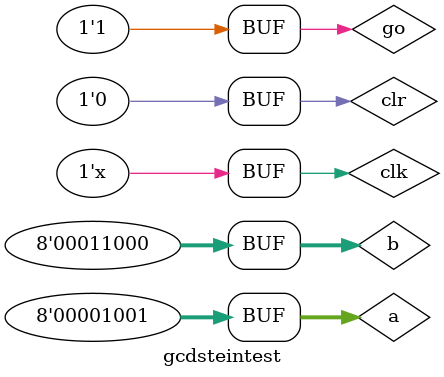
<source format=v>
`timescale 1ns / 1ps


module gcdsteintest();
reg [7:0] a;
reg [7:0] b;
reg go;
wire [7:0] gcd_out;
reg clk;
reg clr;

gcd uut(.a(a),
        .b(b),
        .go(go),
        .gcd_out(gcd_out),
        .clk(clk),
        .clr(clr));

initial begin
    clk = 0;
    clr = 0;
    a = 0;
    b = 0;
    go = 1;
    end
    
always 
    #10 clk = ~clk;
    
initial begin
    #30;
    a = 9;//£¨ÔÚ´Ë´¦¸ü¸ÄÊäÈë£©
    b = 24;//£¨ÔÚ´Ë´¦¸ü¸ÄÊäÈë£©
    end
    
endmodule

</source>
